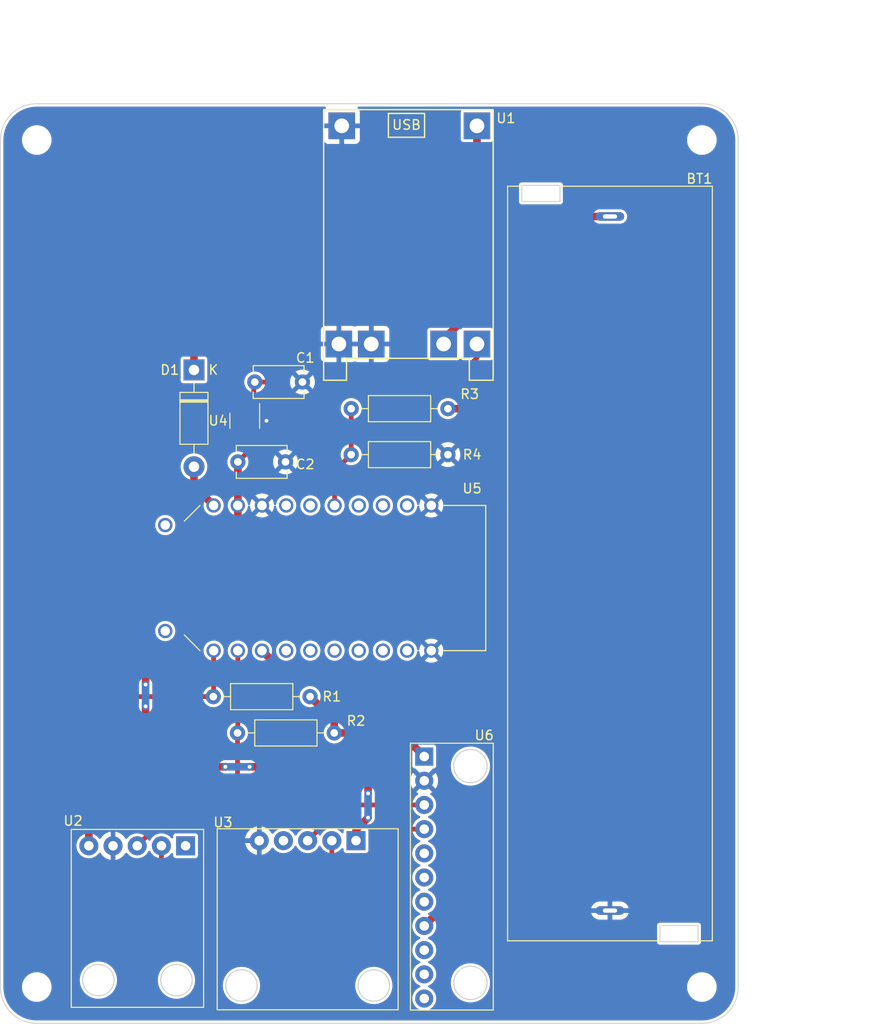
<source format=kicad_pcb>
(kicad_pcb (version 20211014) (generator pcbnew)
  (layers (0 "F.Cu" signal) (31 "B.Cu" power) (34 "B.Paste" user) (35 "F.Paste" user) (36 "B.SilkS" user "B.Silkscreen") (37 "F.SilkS" user "F.Silkscreen") (38 "B.Mask" user) (39 "F.Mask" user) (44 "Edge.Cuts" user))
  (net 0 "")
  (net 1 "VCC")
  (net 2 "GND")
  (net 3 "+3V0")
  (net 4 "Net-(D1-Pad1)")
  (net 5 "VBUS")
  (net 6 "/VBAT")
  (net 7 "/SDA")
  (net 8 "/SCL")
  (net 9 "Net-(R3-Pad2)")
  (net 15 "/INT1")
  (footprint "custom:MODULE_NRF52840-DONGLE" (layer "F.Cu") (at 111.76 99.314 180)
    (fp_text reference "U5" (at -21.59 9.398 180) (layer "F.SilkS"))
    (fp_text value "NRF52840-DONGLE")
    (fp_line (start -23.02 7.62) (end -18.65 7.62) (layer "F.SilkS") (width 0.127))
    (fp_line (start 6.985 7.62) (end 8.636 5.969) (layer "F.SilkS") (width 0.12))
    (fp_line (start -18.65 -7.62) (end -23.02 -7.62) (layer "F.SilkS") (width 0.127))
    (fp_line (start 6.985 -7.62) (end 8.636 -5.969) (layer "F.SilkS") (width 0.12))
    (fp_line (start -23.02 -7.62) (end -23.02 7.62) (layer "F.SilkS") (width 0.127))
    (pad "0.02" thru_hole circle (at -7.145 7.62 180) (size 1.508 1.508) (drill 1) (layers *.Cu *.Mask) (net 9 "Net-(R3-Pad2)"))
    (pad "0.09" thru_hole circle (at -12.225 -7.62 180) (size 1.508 1.508) (drill 1) (layers *.Cu *.Mask))
    (pad "0.10" thru_hole circle (at -14.765 -7.62 180) (size 1.508 1.508) (drill 1) (layers *.Cu *.Mask))
    (pad "0.13" thru_hole circle (at 5.555 -7.62 180) (size 1.508 1.508) (drill 1) (layers *.Cu *.Mask) (net 7 "/SDA"))
    (pad "0.15" thru_hole circle (at 3.015 -7.62 180) (size 1.508 1.508) (drill 1) (layers *.Cu *.Mask) (net 8 "/SCL"))
    (pad "0.17" thru_hole circle (at 0.475 -7.62 180) (size 1.508 1.508) (drill 1) (layers *.Cu *.Mask) (net 15 "/INT1"))
    (pad "0.20" thru_hole circle (at -2.065 -7.62 180) (size 1.508 1.508) (drill 1) (layers *.Cu *.Mask))
    (pad "0.22" thru_hole circle (at -4.605 -7.62 180) (size 1.508 1.508) (drill 1) (layers *.Cu *.Mask))
    (pad "0.24" thru_hole circle (at -7.145 -7.62 180) (size 1.508 1.508) (drill 1) (layers *.Cu *.Mask))
    (pad "0.29" thru_hole circle (at -4.605 7.62 180) (size 1.508 1.508) (drill 1) (layers *.Cu *.Mask))
    (pad "0.31" thru_hole circle (at -2.065 7.62 180) (size 1.508 1.508) (drill 1) (layers *.Cu *.Mask))
    (pad "1.00" thru_hole circle (at -9.685 -7.62 180) (size 1.508 1.508) (drill 1) (layers *.Cu *.Mask))
    (pad "1.10" thru_hole circle (at -14.765 7.62 180) (size 1.508 1.508) (drill 1) (layers *.Cu *.Mask))
    (pad "1.13" thru_hole circle (at -12.225 7.62 180) (size 1.508 1.508) (drill 1) (layers *.Cu *.Mask))
    (pad "1.15" thru_hole circle (at -9.685 7.62 180) (size 1.508 1.508) (drill 1) (layers *.Cu *.Mask))
    (pad "G1" thru_hole circle (at -17.305 -7.62 180) (size 1.508 1.508) (drill 1) (layers *.Cu *.Mask) (net 2 "GND"))
    (pad "G2" thru_hole circle (at -17.305 7.62 180) (size 1.508 1.508) (drill 1) (layers *.Cu *.Mask) (net 2 "GND"))
    (pad "G3" thru_hole circle (at 0.475 7.62 180) (size 1.508 1.508) (drill 1) (layers *.Cu *.Mask) (net 2 "GND"))
    (pad "OUT" thru_hole circle (at 3.015 7.62 180) (size 1.508 1.508) (drill 1) (layers *.Cu *.Mask) (net 3 "+3V0"))
    (pad "SWDCLK" thru_hole circle (at 10.635 5.56 180) (size 1.508 1.508) (drill 1) (layers *.Cu *.Mask))
    (pad "SWDIO" thru_hole circle (at 10.635 -5.56 180) (size 1.508 1.508) (drill 1) (layers *.Cu *.Mask))
    (pad "VBUS" thru_hole circle (at 5.555 7.62 180) (size 1.508 1.508) (drill 1) (layers *.Cu *.Mask) (net 5 "VBUS"))
  )
  (footprint "custom:TP4056-18650" (layer "F.Cu") (at 135.5585 50.1495 -90)
    (fp_text reference "U1" (at 0.9045 -1.3475 180) (layer "F.SilkS"))
    (fp_text value "TP4056")
    (fp_text user "USB" (at 1.6 9.1) (layer "F.SilkS"))
    (fp_line (start 28.4 15.4) (end 28.4 15.7) (layer "F.SilkS") (width 0.15))
    (fp_line (start 26.1 2.5) (end 26.1 15.4) (layer "F.SilkS") (width 0.15))
    (fp_line (start 2.9 11) (end 0.4 11) (layer "F.SilkS") (width 0.15))
    (fp_line (start 0.4 7.2) (end 2.9 7.2) (layer "F.SilkS") (width 0.15))
    (fp_line (start 28.4 17.8) (end 0 17.8) (layer "F.SilkS") (width 0.15))
    (fp_line (start 26.3 0) (end 28.4 0) (layer "F.SilkS") (width 0.15))
    (fp_line (start 0 0) (end 26.3 0) (layer "F.SilkS") (width 0.15))
    (fp_line (start 28.4 0) (end 28.4 2.5) (layer "F.SilkS") (width 0.15))
    (fp_line (start 28.4 2.5) (end 26.1 2.5) (layer "F.SilkS") (width 0.15))
    (fp_line (start 28.4 15.7) (end 28.4 17.8) (layer "F.SilkS") (width 0.15))
    (fp_line (start 2.9 7.2) (end 2.9 11) (layer "F.SilkS") (width 0.15))
    (fp_line (start 26.1 15.4) (end 26.4 15.4) (layer "F.SilkS") (width 0.15))
    (fp_line (start 0 17.8) (end 0 0) (layer "F.SilkS") (width 0.15))
    (fp_line (start 26.3 15.4) (end 28.4 15.4) (layer "F.SilkS") (width 0.15))
    (fp_line (start 0.4 11) (end 0.4 7.3) (layer "F.SilkS") (width 0.15))
    (pad "1" thru_hole rect (at 1.7 1.7 270) (size 2.8 2.8) (drill 1.54) (layers *.Cu *.Mask) (net 4 "Net-(D1-Pad1)"))
    (pad "2" thru_hole rect (at 1.7 15.9 270) (size 2.8 2.8) (drill 1.54) (layers *.Cu *.Mask) (net 2 "GND"))
    (pad "3" thru_hole rect (at 24.6 1.7 270) (size 2.8 2.8) (drill 1.54) (layers *.Cu *.Mask) (net 1 "VCC"))
    (pad "4" thru_hole rect (at 24.6 5.2 270) (size 2.8 2.8) (drill 1.54) (layers *.Cu *.Mask) (net 6 "/VBAT"))
    (pad "5" thru_hole rect (at 24.6 12.8 270) (size 2.8 2.8) (drill 1.54) (layers *.Cu *.Mask) (net 2 "GND"))
    (pad "6" thru_hole rect (at 24.6 16.2 270) (size 2.8 2.8) (drill 1.54) (layers *.Cu *.Mask) (net 2 "GND"))
  )
  (footprint "Resistor_THT:R_Axial_DIN0207_L6.3mm_D2.5mm_P10.16mm_Horizontal" (layer "F.Cu") (at 130.81 81.534 180)
    (fp_text reference "R3" (at -2.286 1.524 180) (layer "F.SilkS"))
    (fp_text value "100k")
    (fp_line (start 8.35 1.37) (end 8.35 -1.37) (layer "F.SilkS") (width 0.12))
    (fp_line (start 9.12 0) (end 8.35 0) (layer "F.SilkS") (width 0.12))
    (fp_line (start 1.81 1.37) (end 8.35 1.37) (layer "F.SilkS") (width 0.12))
    (fp_line (start 8.35 -1.37) (end 1.81 -1.37) (layer "F.SilkS") (width 0.12))
    (fp_line (start 1.81 -1.37) (end 1.81 1.37) (layer "F.SilkS") (width 0.12))
    (fp_line (start 1.04 0) (end 1.81 0) (layer "F.SilkS") (width 0.12))
    (pad "1" thru_hole circle (at 0 0 180) (size 1.6 1.6) (drill 0.8) (layers *.Cu *.Mask) (net 6 "/VBAT"))
    (pad "2" thru_hole oval (at 10.16 0 180) (size 1.6 1.6) (drill 0.8) (layers *.Cu *.Mask) (net 9 "Net-(R3-Pad2)"))
  )
  (footprint "Resistor_THT:R_Axial_DIN0207_L6.3mm_D2.5mm_P10.16mm_Horizontal" (layer "F.Cu") (at 108.712 115.57)
    (fp_text reference "R2" (at 12.446 -1.27) (layer "F.SilkS"))
    (fp_text value "4.7k")
    (fp_line (start 8.35 1.37) (end 8.35 -1.37) (layer "F.SilkS") (width 0.12))
    (fp_line (start 1.81 -1.37) (end 1.81 1.37) (layer "F.SilkS") (width 0.12))
    (fp_line (start 1.81 1.37) (end 8.35 1.37) (layer "F.SilkS") (width 0.12))
    (fp_line (start 9.12 0) (end 8.35 0) (layer "F.SilkS") (width 0.12))
    (fp_line (start 8.35 -1.37) (end 1.81 -1.37) (layer "F.SilkS") (width 0.12))
    (fp_line (start 1.04 0) (end 1.81 0) (layer "F.SilkS") (width 0.12))
    (pad "1" thru_hole circle (at 0 0) (size 1.6 1.6) (drill 0.8) (layers *.Cu *.Mask) (net 8 "/SCL"))
    (pad "2" thru_hole oval (at 10.16 0) (size 1.6 1.6) (drill 0.8) (layers *.Cu *.Mask) (net 3 "+3V0"))
  )
  (footprint "custom:BH1750" (layer "F.Cu") (at 105.153 144.3675 180)
    (fp_text reference "U2" (at 13.713 19.569 unlocked) (layer "F.SilkS"))
    (fp_text value "BH1750")
    (fp_line (start 0 0) (end 0 18.669) (layer "F.SilkS") (width 0.12))
    (fp_line (start 13.9 0) (end 13.9 18.669) (layer "F.SilkS") (width 0.12))
    (fp_line (start 0 0) (end 13.9 0) (layer "F.SilkS") (width 0.12))
    (fp_line (start 0 18.669) (end 13.9 18.669) (layer "F.SilkS") (width 0.12))
    (fp_circle (center 11.05 2.85) (end 12.7 2.85) (layer "Edge.Cuts") (width 0.12) (fill none))
    (fp_circle (center 2.85 2.85) (end 4.5 2.85) (layer "Edge.Cuts") (width 0.12) (fill none))
    (pad "1" thru_hole rect (at 1.893 16.95 270) (size 2 2) (drill 1) (layers *.Cu *.Mask))
    (pad "2" thru_hole oval (at 4.433 16.95 270) (size 2 2) (drill 1) (layers *.Cu *.Mask) (net 7 "/SDA"))
    (pad "3" thru_hole oval (at 6.973 16.95 270) (size 2 2) (drill 1) (layers *.Cu *.Mask) (net 8 "/SCL"))
    (pad "4" thru_hole oval (at 9.513 16.95 270) (size 2 2) (drill 1) (layers *.Cu *.Mask) (net 2 "GND"))
    (pad "5" thru_hole oval (at 12.053 16.95 270) (size 2 2) (drill 1) (layers *.Cu *.Mask) (net 3 "+3V0"))
  )
  (footprint "MountingHole:MountingHole_2.5mm" (layer "F.Cu") (at 157.48 53.34)
    (fp_text reference "H2" hide)
    (fp_text value "MountingHole" hide)
    (pad "" np_thru_hole circle (at 0 0) (size 2.5 2.5) (drill 2.5) (layers *.Cu *.Mask))
  )
  (footprint "MountingHole:MountingHole_2.5mm" (layer "F.Cu") (at 87.63 142.24)
    (fp_text reference "H4" hide)
    (fp_text value "MountingHole" hide)
    (pad "" np_thru_hole circle (at 0 0) (size 2.5 2.5) (drill 2.5) (layers *.Cu *.Mask))
  )
  (footprint "Resistor_THT:R_Axial_DIN0207_L6.3mm_D2.5mm_P10.16mm_Horizontal" (layer "F.Cu") (at 130.81 86.36 180)
    (fp_text reference "R4" (at -2.54 0 180) (layer "F.SilkS"))
    (fp_text value "100k")
    (fp_line (start 9.12 0) (end 8.35 0) (layer "F.SilkS") (width 0.12))
    (fp_line (start 1.04 0) (end 1.81 0) (layer "F.SilkS") (width 0.12))
    (fp_line (start 8.35 -1.37) (end 1.81 -1.37) (layer "F.SilkS") (width 0.12))
    (fp_line (start 8.35 1.37) (end 8.35 -1.37) (layer "F.SilkS") (width 0.12))
    (fp_line (start 1.81 1.37) (end 8.35 1.37) (layer "F.SilkS") (width 0.12))
    (fp_line (start 1.81 -1.37) (end 1.81 1.37) (layer "F.SilkS") (width 0.12))
    (pad "1" thru_hole circle (at 0 0 180) (size 1.6 1.6) (drill 0.8) (layers *.Cu *.Mask) (net 2 "GND"))
    (pad "2" thru_hole oval (at 10.16 0 180) (size 1.6 1.6) (drill 0.8) (layers *.Cu *.Mask) (net 9 "Net-(R3-Pad2)"))
  )
  (footprint "Package_TO_SOT_SMD:SOT-23-5" (layer "F.Cu") (at 109.474 82.804 -90)
    (fp_text reference "U4" (at 0 2.794 -180) (layer "F.SilkS"))
    (fp_text value "BU30TD3WG")
    (fp_line (start 0 -1.56) (end -1.8 -1.56) (layer "F.SilkS") (width 0.12))
    (fp_line (start 0 1.56) (end -0.8 1.56) (layer "F.SilkS") (width 0.12))
    (fp_line (start 0 -1.56) (end 0.8 -1.56) (layer "F.SilkS") (width 0.12))
    (fp_line (start 0 1.56) (end 0.8 1.56) (layer "F.SilkS") (width 0.12))
    (pad "1" smd roundrect (at -1.1375 -0.95 270) (size 1.325 0.6) (layers "F.Cu" "F.Paste" "F.Mask") (net 1 "VCC"))
    (pad "2" smd roundrect (at -1.1375 0 270) (size 1.325 0.6) (layers "F.Cu" "F.Paste" "F.Mask") (net 2 "GND"))
    (pad "3" smd roundrect (at -1.1375 0.95 270) (size 1.325 0.6) (layers "F.Cu" "F.Paste" "F.Mask") (net 1 "VCC"))
    (pad "4" smd roundrect (at 1.1375 0.95 270) (size 1.325 0.6) (layers "F.Cu" "F.Paste" "F.Mask"))
    (pad "5" smd roundrect (at 1.1375 -0.95 270) (size 1.325 0.6) (layers "F.Cu" "F.Paste" "F.Mask") (net 3 "+3V0"))
  )
  (footprint "custom:BME688" (layer "F.Cu") (at 116.078 135.128 180)
    (fp_text reference "U3" (at 8.89 10.16 unlocked) (layer "F.SilkS"))
    (fp_text value "BME688")
    (fp_line (start -9.5 -9.5) (end -9.5 9.5) (layer "F.SilkS") (width 0.12))
    (fp_line (start -9.5 9.5) (end 9.5 9.5) (layer "F.SilkS") (width 0.12))
    (fp_line (start -9.5 -9.5) (end 9.5 -9.5) (layer "F.SilkS") (width 0.12))
    (fp_line (start 9.5 -9.5) (end 9.5 9.5) (layer "F.SilkS") (width 0.12))
    (fp_circle (center 6.95 -6.95) (end 8.6 -6.95) (layer "Edge.Cuts") (width 0.12) (fill none))
    (fp_circle (center -6.95 -6.95) (end -5.3 -6.95) (layer "Edge.Cuts") (width 0.12) (fill none))
    (pad "1" thru_hole rect (at -5.08 8.25 270) (size 2 2) (drill 1) (layers *.Cu *.Mask) (net 3 "+3V0"))
    (pad "2" thru_hole oval (at -2.54 8.25 270) (size 2 2) (drill 1) (layers *.Cu *.Mask) (net 7 "/SDA"))
    (pad "3" thru_hole oval (at 0 8.25 270) (size 2 2) (drill 1) (layers *.Cu *.Mask) (net 8 "/SCL"))
    (pad "4" thru_hole oval (at 2.54 8.25 270) (size 2 2) (drill 1) (layers *.Cu *.Mask))
    (pad "5" thru_hole oval (at 5.08 8.25 270) (size 2 2) (drill 1) (layers *.Cu *.Mask) (net 2 "GND"))
  )
  (footprint "custom:KLS5-18650-005" (layer "F.Cu") (at 147.828 97.79 -90)
    (fp_text reference "BT1" (at -40.386 -9.398 unlocked) (layer "F.SilkS"))
    (fp_text value "3.7V Li-ion")
    (fp_line (start -39.6 -10.75) (end 39.6 -10.75) (layer "F.SilkS") (width 0.12))
    (fp_line (start -39.6 10.75) (end 39.6 10.75) (layer "F.SilkS") (width 0.12))
    (fp_line (start -39.6014 9.4234) (end -39.6 10.75) (layer "F.SilkS") (width 0.12))
    (fp_line (start 39.6 -10.75) (end 39.6 -9.398) (layer "F.SilkS") (width 0.12))
    (fp_line (start 39.6 -5.08) (end 39.6 10.75) (layer "F.SilkS") (width 0.12))
    (fp_line (start -39.6 -10.75) (end -39.6014 5.0546) (layer "F.SilkS") (width 0.12))
    (fp_rect (start -39.7 9.25) (end -38 5.25) (layer "Edge.Cuts") (width 0.1) (fill none))
    (fp_rect (start 39.7 -9.25) (end 38 -5.25) (layer "Edge.Cuts") (width 0.1) (fill none))
    (pad "1" thru_hole oval (at -36.425 0 270) (size 0.9 3) (drill oval 0.45 1.5) (layers *.Cu *.Mask) (net 6 "/VBAT"))
    (pad "2" thru_hole oval (at 36.425 0 270) (size 0.9 3) (drill oval 0.45 1.5) (layers *.Cu *.Mask) (net 2 "GND"))
  )
  (footprint "Diode_THT:D_DO-41_SOD81_P10.16mm_Horizontal" (layer "F.Cu") (at 104.14 77.47 -90)
    (fp_text reference "D1" (at 0 2.54 180) (layer "F.SilkS"))
    (fp_text value "1N5817")
    (fp_text user "K" (at 0 -2.032 180) (layer "F.SilkS"))
    (fp_line (start 1.34 0) (end 2.36 0) (layer "F.SilkS") (width 0.12))
    (fp_line (start 7.8 1.47) (end 7.8 -1.47) (layer "F.SilkS") (width 0.12))
    (fp_line (start 3.14 -1.47) (end 3.14 1.47) (layer "F.SilkS") (width 0.12))
    (fp_line (start 2.36 -1.47) (end 2.36 1.47) (layer "F.SilkS") (width 0.12))
    (fp_line (start 3.38 -1.47) (end 3.38 1.47) (layer "F.SilkS") (width 0.12))
    (fp_line (start 3.26 -1.47) (end 3.26 1.47) (layer "F.SilkS") (width 0.12))
    (fp_line (start 2.36 1.47) (end 7.8 1.47) (layer "F.SilkS") (width 0.12))
    (fp_line (start 8.82 0) (end 7.8 0) (layer "F.SilkS") (width 0.12))
    (fp_line (start 7.8 -1.47) (end 2.36 -1.47) (layer "F.SilkS") (width 0.12))
    (pad "1" thru_hole rect (at 0 0 270) (size 2.2 2.2) (drill 1.1) (layers *.Cu *.Mask) (net 4 "Net-(D1-Pad1)"))
    (pad "2" thru_hole oval (at 10.16 0 270) (size 2.2 2.2) (drill 1.1) (layers *.Cu *.Mask) (net 5 "VBUS"))
  )
  (footprint "Capacitor_THT:C_Disc_D5.1mm_W3.2mm_P5.00mm" (layer "F.Cu") (at 108.752 87.122)
    (fp_text reference "C2" (at 7.072 0.254 180) (layer "F.SilkS"))
    (fp_text value "1u")
    (fp_line (start -0.17 -1.721) (end 5.17 -1.721) (layer "F.SilkS") (width 0.12))
    (fp_line (start -0.17 1.055) (end -0.17 1.721) (layer "F.SilkS") (width 0.12))
    (fp_line (start -0.17 -1.721) (end -0.17 -1.055) (layer "F.SilkS") (width 0.12))
    (fp_line (start 5.17 1.055) (end 5.17 1.721) (layer "F.SilkS") (width 0.12))
    (fp_line (start -0.17 1.721) (end 5.17 1.721) (layer "F.SilkS") (width 0.12))
    (fp_line (start 5.17 -1.721) (end 5.17 -1.055) (layer "F.SilkS") (width 0.12))
    (pad "1" thru_hole circle (at 0 0) (size 1.6 1.6) (drill 0.8) (layers *.Cu *.Mask) (net 3 "+3V0"))
    (pad "2" thru_hole circle (at 5 0) (size 1.6 1.6) (drill 0.8) (layers *.Cu *.Mask) (net 2 "GND"))
  )
  (footprint "Resistor_THT:R_Axial_DIN0207_L6.3mm_D2.5mm_P10.16mm_Horizontal" (layer "F.Cu") (at 116.332 111.76 180)
    (fp_text reference "R1" (at -2.286 0) (layer "F.SilkS"))
    (fp_text value "4.7k")
    (fp_line (start 8.35 -1.37) (end 1.81 -1.37) (layer "F.SilkS") (width 0.12))
    (fp_line (start 9.12 0) (end 8.35 0) (layer "F.SilkS") (width 0.12))
    (fp_line (start 1.81 -1.37) (end 1.81 1.37) (layer "F.SilkS") (width 0.12))
    (fp_line (start 8.35 1.37) (end 8.35 -1.37) (layer "F.SilkS") (width 0.12))
    (fp_line (start 1.81 1.37) (end 8.35 1.37) (layer "F.SilkS") (width 0.12))
    (fp_line (start 1.04 0) (end 1.81 0) (layer "F.SilkS") (width 0.12))
    (pad "1" thru_hole circle (at 0 0 180) (size 1.6 1.6) (drill 0.8) (layers *.Cu *.Mask) (net 3 "+3V0"))
    (pad "2" thru_hole oval (at 10.16 0 180) (size 1.6 1.6) (drill 0.8) (layers *.Cu *.Mask) (net 7 "/SDA"))
  )
  (footprint "Capacitor_THT:C_Disc_D5.1mm_W3.2mm_P5.00mm" (layer "F.Cu") (at 110.53 78.74)
    (fp_text reference "C1" (at 5.294 -2.54 180) (layer "F.SilkS"))
    (fp_text value "1u")
    (fp_line (start -0.17 1.721) (end 5.17 1.721) (layer "F.SilkS") (width 0.12))
    (fp_line (start 5.17 -1.721) (end 5.17 -1.055) (layer "F.SilkS") (width 0.12))
    (fp_line (start -0.17 -1.721) (end 5.17 -1.721) (layer "F.SilkS") (width 0.12))
    (fp_line (start -0.17 -1.721) (end -0.17 -1.055) (layer "F.SilkS") (width 0.12))
    (fp_line (start 5.17 1.055) (end 5.17 1.721) (layer "F.SilkS") (width 0.12))
    (fp_line (start -0.17 1.055) (end -0.17 1.721) (layer "F.SilkS") (width 0.12))
    (pad "1" thru_hole circle (at 0 0) (size 1.6 1.6) (drill 0.8) (layers *.Cu *.Mask) (net 1 "VCC"))
    (pad "2" thru_hole circle (at 5 0) (size 1.6 1.6) (drill 0.8) (layers *.Cu *.Mask) (net 2 "GND"))
  )
  (footprint "MountingHole:MountingHole_2.5mm" (layer "F.Cu") (at 87.63 53.34)
    (fp_text reference "H1" hide)
    (fp_text value "MountingHole" hide)
    (pad "" np_thru_hole circle (at 0 0) (size 2.5 2.5) (drill 2.5) (layers *.Cu *.Mask))
  )
  (footprint "MountingHole:MountingHole_2.5mm" (layer "F.Cu") (at 157.48 142.24)
    (fp_text reference "H3" hide)
    (fp_text value "MountingHole" hide)
    (pad "" np_thru_hole circle (at 0 0) (size 2.5 2.5) (drill 2.5) (layers *.Cu *.Mask))
  )
  (footprint "custom:LIS3DH" (layer "F.Cu") (at 135.573 116.651 -90)
    (fp_text reference "U6" (at -0.827 0.953 unlocked) (layer "F.SilkS"))
    (fp_text value "LIS3DH")
    (fp_line (start 0 8.7) (end 28 8.7) (layer "F.SilkS") (width 0.12))
    (fp_line (start 28 8.7) (end 28 0) (layer "F.SilkS") (width 0.12))
    (fp_line (start 0 0) (end 0 8.7) (layer "F.SilkS") (width 0.12))
    (fp_line (start 0 0) (end 28 0) (layer "F.SilkS") (width 0.12))
    (fp_circle (center 2.4 2.4) (end 4.15 2.4) (layer "Edge.Cuts") (width 0.12) (fill none))
    (fp_circle (center 25.15 2.4) (end 26.9 2.4) (layer "Edge.Cuts") (width 0.12) (fill none))
    (pad "1" thru_hole rect (at 1.397 7.25) (size 1.9 1.9) (drill 1) (layers *.Cu *.Mask) (net 3 "+3V0"))
    (pad "2" thru_hole circle (at 3.937 7.25) (size 1.9 1.9) (drill 1) (layers *.Cu *.Mask) (net 2 "GND"))
    (pad "3" thru_hole circle (at 6.477 7.25) (size 1.9 1.9) (drill 1) (layers *.Cu *.Mask) (net 8 "/SCL"))
    (pad "4" thru_hole circle (at 9.017 7.25) (size 1.9 1.9) (drill 1) (layers *.Cu *.Mask) (net 7 "/SDA"))
    (pad "5" thru_hole circle (at 11.557 7.25) (size 1.9 1.9) (drill 1) (layers *.Cu *.Mask))
    (pad "6" thru_hole circle (at 14.097 7.25) (size 1.9 1.9) (drill 1) (layers *.Cu *.Mask))
    (pad "7" thru_hole circle (at 16.637 7.25) (size 1.9 1.9) (drill 1) (layers *.Cu *.Mask))
    (pad "8" thru_hole circle (at 19.177 7.25) (size 1.9 1.9) (drill 1) (layers *.Cu *.Mask) (net 15 "/INT1"))
    (pad "9" thru_hole circle (at 21.717 7.25) (size 1.9 1.9) (drill 1) (layers *.Cu *.Mask))
    (pad "10" thru_hole circle (at 24.257 7.25) (size 1.9 1.9) (drill 1) (layers *.Cu *.Mask))
    (pad "11" thru_hole circle (at 26.797 7.25) (size 1.9 1.9) (drill 1) (layers *.Cu *.Mask))
  )
  (gr_line (start 161.29 53.34) (end 161.29 142.24) (layer "Edge.Cuts") (width 0.1))
  (gr_line (start 157.48 146.05) (end 87.63 146.05) (layer "Edge.Cuts") (width 0.1))
  (gr_arc (start 157.48 49.53) (mid 160.174077 50.645923) (end 161.29 53.34) (layer "Edge.Cuts") (width 0.1))
  (gr_line (start 83.82 53.34) (end 83.82 142.24) (layer "Edge.Cuts") (width 0.1))
  (gr_arc (start 83.82 53.34) (mid 84.935923 50.645923) (end 87.63 49.53) (layer "Edge.Cuts") (width 0.1))
  (gr_line (start 157.48 49.53) (end 87.63 49.53) (layer "Edge.Cuts") (width 0.1))
  (gr_arc (start 87.63 146.05) (mid 84.935923 144.934077) (end 83.82 142.24) (layer "Edge.Cuts") (width 0.1))
  (gr_arc (start 161.29 142.24) (mid 160.174077 144.934077) (end 157.48 146.05) (layer "Edge.Cuts") (width 0.1))
  (segment (start 114.046 80.772) (end 118.364 80.772) (width 0.5) (layer "F.Cu") (net 1))
  (segment (start 112.014 78.74) (end 114.046 80.772) (width 0.5) (layer "F.Cu") (net 1))
  (segment (start 133.8585 76.1995) (end 133.8585 74.7495) (width 0.5) (layer "F.Cu") (net 1))
  (segment (start 121.412 77.724) (end 132.334 77.724) (width 0.5) (layer "F.Cu") (net 1))
  (segment (start 108.524 81.105472) (end 109.553472 80.076) (width 0.5) (layer "F.Cu") (net 1))
  (segment (start 132.334 77.724) (end 133.8585 76.1995) (width 0.5) (layer "F.Cu") (net 1))
  (segment (start 109.553472 80.076) (end 110.424 80.076) (width 0.5) (layer "F.Cu") (net 1))
  (segment (start 108.524 81.6665) (end 108.524 81.105472) (width 0.5) (layer "F.Cu") (net 1))
  (segment (start 110.53 78.74) (end 112.014 78.74) (width 0.5) (layer "F.Cu") (net 1))
  (segment (start 110.424 78.846) (end 110.53 78.74) (width 0.5) (layer "F.Cu") (net 1))
  (segment (start 118.364 80.772) (end 121.412 77.724) (width 0.5) (layer "F.Cu") (net 1))
  (segment (start 110.424 81.6665) (end 110.424 80.076) (width 0.5) (layer "F.Cu") (net 1))
  (segment (start 110.424 80.076) (end 110.424 78.846) (width 0.5) (layer "F.Cu") (net 1))
  (segment (start 109.474 82.296) (end 109.982 82.804) (width 0.5) (layer "F.Cu") (net 2))
  (segment (start 109.474 81.6665) (end 109.474 82.296) (width 0.5) (layer "F.Cu") (net 2))
  (segment (start 109.982 82.804) (end 111.76 82.804) (width 0.5) (layer "F.Cu") (net 2))
  (via (at 111.76 82.804) (size 0.8) (drill 0.4) (layers "F.Cu" "B.Cu") (net 2))
  (segment (start 99.06 112.776) (end 99.06 118.11) (width 0.8) (layer "F.Cu") (net 3))
  (segment (start 120.904 119.126) (end 122.428 120.65) (width 0.8) (layer "F.Cu") (net 3))
  (segment (start 108.752 87.122) (end 108.752 91.687) (width 0.8) (layer "F.Cu") (net 3))
  (segment (start 99.06 110.49) (end 99.06 98.044) (width 0.8) (layer "F.Cu") (net 3))
  (segment (start 121.158 115.57) (end 125.845 115.57) (width 0.8) (layer "F.Cu") (net 3))
  (segment (start 118.872 114.3) (end 116.332 111.76) (width 0.8) (layer "F.Cu") (net 3))
  (segment (start 122.428 124.46) (end 121.158 125.73) (width 0.8) (layer "F.Cu") (net 3))
  (segment (start 110.424 85.45) (end 108.752 87.122) (width 0.5) (layer "F.Cu") (net 3))
  (segment (start 122.428 120.65) (end 122.428 116.84) (width 0.8) (layer "F.Cu") (net 3))
  (segment (start 105.664 96.012) (end 108.745 92.931) (width 0.8) (layer "F.Cu") (net 3))
  (segment (start 93.1 127.4175) (end 93.1 124.07) (width 0.8) (layer "F.Cu") (net 3))
  (segment (start 108.745 92.931) (end 108.745 91.694) (width 0.8) (layer "F.Cu") (net 3))
  (segment (start 101.092 96.012) (end 105.664 96.012) (width 0.8) (layer "F.Cu") (net 3))
  (segment (start 118.872 115.57) (end 118.872 114.3) (width 0.8) (layer "F.Cu") (net 3))
  (segment (start 110.424 83.9415) (end 110.424 85.45) (width 0.5) (layer "F.Cu") (net 3))
  (segment (start 98.044 119.126) (end 107.442 119.126) (width 0.8) (layer "F.Cu") (net 3))
  (segment (start 118.872 115.57) (end 121.158 115.57) (width 0.8) (layer "F.Cu") (net 3))
  (segment (start 122.428 116.84) (end 121.158 115.57) (width 0.8) (layer "F.Cu") (net 3))
  (segment (start 122.428 121.92) (end 122.428 120.65) (width 0.8) (layer "F.Cu") (net 3))
  (segment (start 99.06 118.11) (end 98.044 119.126) (width 0.8) (layer "F.Cu") (net 3))
  (segment (start 125.845 115.57) (end 128.323 118.048) (width 0.8) (layer "F.Cu") (net 3))
  (segment (start 121.158 125.73) (end 121.158 126.878) (width 0.8) (layer "F.Cu") (net 3))
  (segment (start 109.982 119.126) (end 120.904 119.126) (width 0.8) (layer "F.Cu") (net 3))
  (segment (start 99.06 98.044) (end 101.092 96.012) (width 0.8) (layer "F.Cu") (net 3))
  (segment (start 93.1 124.07) (end 98.044 119.126) (width 0.8) (layer "F.Cu") (net 3))
  (segment (start 108.752 91.687) (end 108.745 91.694) (width 0.8) (layer "F.Cu") (net 3))
  (via (at 122.428 124.46) (size 0.8) (drill 0.4) (layers "F.Cu" "B.Cu") (net 3))
  (via (at 122.428 121.92) (size 0.8) (drill 0.4) (layers "F.Cu" "B.Cu") (net 3))
  (via (at 99.06 112.776) (size 0.8) (drill 0.4) (layers "F.Cu" "B.Cu") (net 3))
  (via (at 99.06 110.49) (size 0.8) (drill 0.4) (layers "F.Cu" "B.Cu") (net 3))
  (via (at 107.442 119.126) (size 0.8) (drill 0.4) (layers "F.Cu" "B.Cu") (net 3))
  (via (at 109.982 119.126) (size 0.8) (drill 0.4) (layers "F.Cu" "B.Cu") (net 3))
  (segment (start 122.428 124.46) (end 122.428 121.92) (width 0.8) (layer "B.Cu") (net 3))
  (segment (start 99.06 110.49) (end 99.06 112.776) (width 0.8) (layer "B.Cu") (net 3))
  (segment (start 107.442 119.126) (end 109.982 119.126) (width 0.8) (layer "B.Cu") (net 3))
  (segment (start 107.696 71.882) (end 130.556 71.882) (width 0.8) (layer "F.Cu") (net 4))
  (segment (start 130.556 71.882) (end 133.8585 68.5795) (width 0.8) (layer "F.Cu") (net 4))
  (segment (start 104.14 75.438) (end 107.696 71.882) (width 0.8) (layer "F.Cu") (net 4))
  (segment (start 133.8585 68.5795) (end 133.8585 51.8495) (width 0.8) (layer "F.Cu") (net 4))
  (segment (start 104.14 77.47) (end 104.14 75.438) (width 0.8) (layer "F.Cu") (net 4))
  (segment (start 104.14 87.63) (end 104.14 89.629) (width 0.8) (layer "F.Cu") (net 5))
  (segment (start 104.14 89.629) (end 106.205 91.694) (width 0.8) (layer "F.Cu") (net 5))
  (segment (start 138.684 69.088) (end 137.102 67.506) (width 0.8) (layer "F.Cu") (net 6))
  (segment (start 130.3585 74.7495) (end 130.3585 74.2495) (width 0.8) (layer "F.Cu") (net 6))
  (segment (start 138.684 79.502) (end 138.684 69.088) (width 0.8) (layer "F.Cu") (net 6))
  (segment (start 130.3585 74.2495) (end 137.102 67.506) (width 0.8) (layer "F.Cu") (net 6))
  (segment (start 130.81 81.534) (end 136.652 81.534) (width 0.8) (layer "F.Cu") (net 6))
  (segment (start 143.243 61.365) (end 147.828 61.365) (width 0.8) (layer "F.Cu") (net 6))
  (segment (start 136.652 81.534) (end 138.684 79.502) (width 0.8) (layer "F.Cu") (net 6))
  (segment (start 137.102 67.506) (end 143.243 61.365) (width 0.8) (layer "F.Cu") (net 6))
  (segment (start 123.19 129.54) (end 124.714 128.016) (width 0.5) (layer "F.Cu") (net 7))
  (segment (start 106.205 106.934) (end 106.205 111.727) (width 0.5) (layer "F.Cu") (net 7))
  (segment (start 118.618 126.878) (end 118.618 128.292213) (width 0.5) (layer "F.Cu") (net 7))
  (segment (start 118.618 128.292213) (end 119.865787 129.54) (width 0.5) (layer "F.Cu") (net 7))
  (segment (start 89.916 113.284) (end 89.916 127.508) (width 0.5) (layer "F.Cu") (net 7))
  (segment (start 125.03 125.668) (end 128.323 125.668) (width 0.5) (layer "F.Cu") (net 7))
  (segment (start 106.172 111.76) (end 91.44 111.76) (width 0.5) (layer "F.Cu") (net 7))
  (segment (start 91.44 111.76) (end 89.916 113.284) (width 0.5) (layer "F.Cu") (net 7))
  (segment (start 119.865787 129.54) (end 123.19 129.54) (width 0.5) (layer "F.Cu") (net 7))
  (segment (start 100.72 128.831713) (end 101.428287 129.54) (width 0.5) (layer "F.Cu") (net 7))
  (segment (start 106.205 111.727) (end 106.172 111.76) (width 0.8) (layer "F.Cu") (net 7))
  (segment (start 124.714 125.984) (end 125.03 125.668) (width 0.5) (layer "F.Cu") (net 7))
  (segment (start 124.714 128.016) (end 124.714 125.984) (width 0.5) (layer "F.Cu") (net 7))
  (segment (start 100.72 127.4175) (end 100.72 128.831713) (width 0.5) (layer "F.Cu") (net 7))
  (segment (start 101.428287 129.54) (end 119.865787 129.54) (width 0.5) (layer "F.Cu") (net 7))
  (segment (start 91.948 129.54) (end 101.428287 129.54) (width 0.5) (layer "F.Cu") (net 7))
  (segment (start 89.916 127.508) (end 91.948 129.54) (width 0.5) (layer "F.Cu") (net 7))
  (segment (start 106.872 123.128) (end 102.4695 123.128) (width 0.5) (layer "F.Cu") (net 8))
  (segment (start 108.712 115.57) (end 108.712 121.288) (width 0.5) (layer "F.Cu") (net 8))
  (segment (start 119.828 123.128) (end 106.872 123.128) (width 0.5) (layer "F.Cu") (net 8))
  (segment (start 108.712 121.288) (end 106.872 123.128) (width 0.5) (layer "F.Cu") (net 8))
  (segment (start 108.745 106.934) (end 108.745 115.537) (width 0.5) (layer "F.Cu") (net 8))
  (segment (start 108.745 115.537) (end 108.712 115.57) (width 0.8) (layer "F.Cu") (net 8))
  (segment (start 119.828 123.128) (end 116.078 126.878) (width 0.5) (layer "F.Cu") (net 8))
  (segment (start 128.323 123.128) (end 119.828 123.128) (width 0.5) (layer "F.Cu") (net 8))
  (segment (start 102.4695 123.128) (end 98.18 127.4175) (width 0.5) (layer "F.Cu") (net 8))
  (segment (start 120.65 86.36) (end 118.905 88.105) (width 0.5) (layer "F.Cu") (net 9))
  (segment (start 118.905 91.694) (end 118.905 88.105) (width 0.5) (layer "F.Cu") (net 9))
  (segment (start 120.65 86.36) (end 120.65 81.534) (width 0.5) (layer "F.Cu") (net 9))
  (segment (start 130.556 133.595) (end 130.556 115.824) (width 0.8) (layer "F.Cu") (net 15))
  (segment (start 128.323 135.828) (end 130.556 133.595) (width 0.8) (layer "F.Cu") (net 15))
  (segment (start 123.952 109.22) (end 113.571 109.22) (width 0.8) (layer "F.Cu") (net 15))
  (segment (start 113.571 109.22) (end 111.285 106.934) (width 0.8) (layer "F.Cu") (net 15))
  (segment (start 130.556 115.824) (end 123.952 109.22) (width 0.8) (layer "F.Cu") (net 15))
  (zone (net 2) (net_name "GND") (layer "B.Cu") (connect_pads (clearance 0.3)) (min_thickness 0.25) (fill yes (thermal_gap 0.5) (thermal_bridge_width 0.5))
    (polygon (pts (xy 161.29 146.05) (xy 83.82 146.05) (xy 83.82 49.53) (xy 161.29 49.53)))
  )
)
</source>
